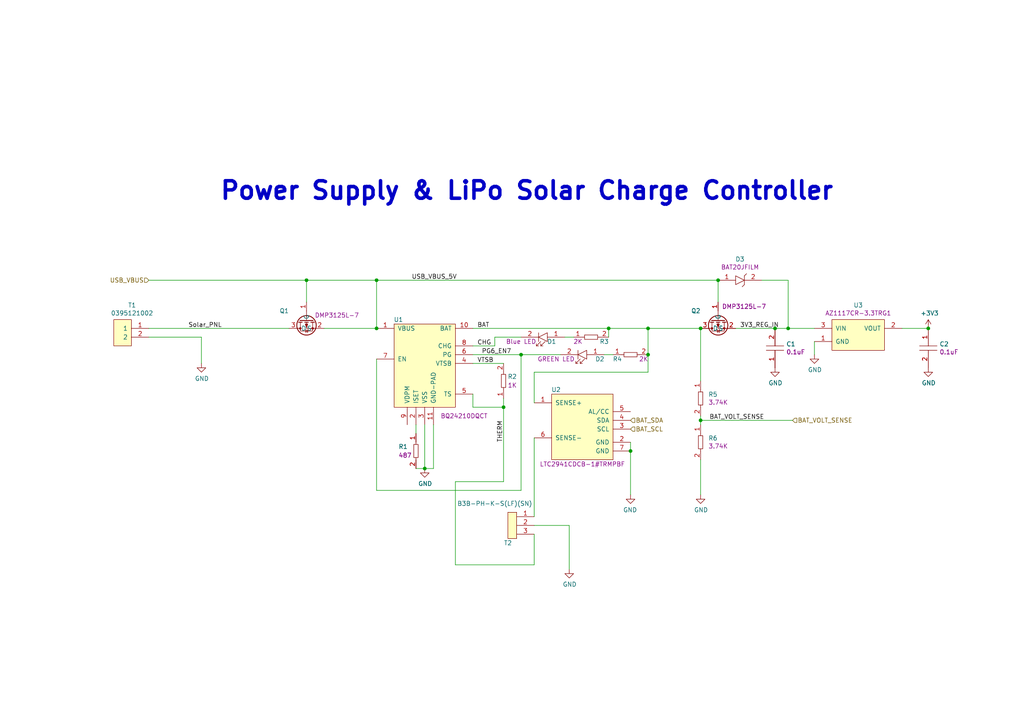
<source format=kicad_sch>
(kicad_sch (version 20231120) (generator "eeschema") (generator_version "8.0")
  (paper "A4")
  (lib_symbols
    (symbol "AVR-KiCAD-Lib-Capacitors:C0402C104K9PACTU" (pin_names (offset 1.016))
      (property "Reference" "C" (at -2.54 2.54 0))
      (property "_Value_" "0.1uF" (at 58.42 63.5 0))
      (symbol "C0402C104K9PACTU_1_1"
        (polyline (pts (xy 0 2.54) (xy 0 -2.54)))
        (polyline (pts (xy 1.27 2.54) (xy 1.27 -2.54)))
        (pin input line (at -5.08 0 0) (length 5.08) (name "~") (number "1"))
        (pin input line (at 6.35 0 180) (length 5.08) (name "~") (number "2"))
      )
    )
    (symbol "AVR-KiCAD-Lib-Capacitors:C0805C104M5RACTU" (pin_names (offset 1.016))
      (property "Reference" "C" (at -2.54 2.54 0))
      (property "_Value_" "0.1uF" (at 58.42 63.5 0))
      (symbol "C0805C104M5RACTU_1_1"
        (polyline (pts (xy 0 2.54) (xy 0 -2.54)))
        (polyline (pts (xy 1.27 2.54) (xy 1.27 -2.54)))
        (pin input line (at -5.08 0 0) (length 5.08) (name "~") (number "1"))
        (pin input line (at 6.35 0 180) (length 5.08) (name "~") (number "2"))
      )
    )
    (symbol "AVR-KiCAD-Lib-Connectors:0395121002" (pin_names (offset 1.016))
      (property "Reference" "J" (at -2.54 2.54 0))
      (property "Value" "0395121002" (at 1.27 5.08 0))
      (symbol "0395121002_0_1"
        (rectangle (start 0 2.54) (end 5.08 -5.08) (fill (type background)))
      )
      (symbol "0395121002_1_1"
        (pin passive line (at -5.08 0 0) (length 5.08) (name "1") (number "1"))
        (pin passive line (at -5.08 -2.54 0) (length 5.08) (name "2") (number "2"))
      )
    )
    (symbol "AVR-KiCAD-Lib-Connectors:B3B-PH-K-S(LF)(SN)" (pin_names (offset 1.016))
      (property "Reference" "J" (at 0 1.27 0))
      (property "Value" "B3B-PH-K-S(LF)(SN)" (at 3.81 -11.43 0))
      (symbol "B3B-PH-K-S(LF)(SN)_0_1"
        (rectangle (start 2.54 -7.62) (end 0 0) (fill (type background)))
      )
      (symbol "B3B-PH-K-S(LF)(SN)_1_1"
        (pin passive line (at 7.62 -1.27 180) (length 5.08) (name "~") (number "1"))
        (pin passive line (at 7.62 -3.81 180) (length 5.08) (name "~") (number "2"))
        (pin passive line (at 7.62 -6.35 180) (length 5.08) (name "~") (number "3"))
      )
    )
    (symbol "AVR-KiCAD-Lib-Diodes:BAT20JFILM" (pin_names (offset 1.016))
      (property "Reference" "D" (at -2.54 2.54 0))
      (property "_Value_" "BAT20JFILM" (at 58.42 63.5 0))
      (symbol "BAT20JFILM_0_1"
        (polyline (pts (xy 1.27 -1.27) (xy 0.635 -1.905)))
        (polyline (pts (xy 1.27 1.27) (xy 1.27 -1.27)))
        (polyline (pts (xy 1.27 1.27) (xy 1.905 1.905)))
        (polyline (pts (xy -1.27 1.27) (xy -1.27 -1.27) (xy 1.27 0) (xy -1.27 1.27)))
      )
      (symbol "BAT20JFILM_1_1"
        (pin passive line (at -6.35 0 0) (length 5.08) (name "~") (number "1"))
        (pin passive line (at 6.35 0 180) (length 5.08) (name "~") (number "2"))
      )
    )
    (symbol "AVR-KiCAD-Lib-Diodes:LTST-C194KGKT" (pin_names (offset 1.016))
      (property "Reference" "D" (at -2.54 2.54 0))
      (property "_Value_" "GREEN LED" (at 58.42 63.5 0))
      (symbol "LTST-C194KGKT_0_1"
        (polyline (pts (xy -0.635 1.27) (xy 0.635 2.54)))
        (polyline (pts (xy 0.635 2.54) (xy 0 2.54)))
        (polyline (pts (xy 0.635 2.54) (xy 0.635 1.905)))
        (polyline (pts (xy 1.27 -1.27) (xy 1.27 1.27)))
        (polyline (pts (xy 1.905 2.54) (xy 1.905 1.905)))
        (polyline (pts (xy 0.635 1.27) (xy 1.905 2.54) (xy 1.27 2.54)))
        (polyline (pts (xy -1.27 1.27) (xy -1.27 -1.27) (xy 1.27 0) (xy -1.27 1.27)))
      )
      (symbol "LTST-C194KGKT_1_1"
        (pin passive line (at -6.35 0 0) (length 5.08) (name "~") (number "1"))
        (pin passive line (at 6.35 0 180) (length 5.08) (name "~") (number "2"))
      )
    )
    (symbol "AVR-KiCAD-Lib-Diodes:LTST-C194TBKT" (pin_names (offset 1.016))
      (property "Reference" "D" (at -2.54 2.54 0))
      (property "_Value_" "Blue LED" (at 58.42 63.5 0))
      (symbol "LTST-C194TBKT_0_1"
        (polyline (pts (xy -0.635 1.27) (xy 0.635 2.54)))
        (polyline (pts (xy 0.635 2.54) (xy 0 2.54)))
        (polyline (pts (xy 0.635 2.54) (xy 0.635 1.905)))
        (polyline (pts (xy 1.27 -1.27) (xy 1.27 1.27)))
        (polyline (pts (xy 1.905 2.54) (xy 1.905 1.905)))
        (polyline (pts (xy 0.635 1.27) (xy 1.905 2.54) (xy 1.27 2.54)))
        (polyline (pts (xy -1.27 1.27) (xy -1.27 -1.27) (xy 1.27 0) (xy -1.27 1.27)))
      )
      (symbol "LTST-C194TBKT_1_1"
        (pin passive line (at -6.35 0 0) (length 5.08) (name "~") (number "1"))
        (pin passive line (at 6.35 0 180) (length 5.08) (name "~") (number "2"))
      )
    )
    (symbol "AVR-KiCAD-Lib-ICs:AZ1117CR-3.3TRG1" (pin_names (offset 1.016))
      (property "Reference" "U" (at 0 1.27 0))
      (property "_Value_" "AZ1117CR-3.3TRG1" (at 58.42 63.5 0))
      (symbol "AZ1117CR-3.3TRG1_1_1"
        (rectangle (start 0 0) (end 15.24 -8.89) (fill (type background)))
        (pin passive line (at -5.08 -6.35 0) (length 5.08) (name "GND") (number "1"))
        (pin power_out line (at 20.32 -2.54 180) (length 5.08) (name "VOUT") (number "2"))
        (pin power_in line (at -5.08 -2.54 0) (length 5.08) (name "VIN") (number "3"))
      )
    )
    (symbol "AVR-KiCAD-Lib-ICs:BQ24210DQCT" (pin_names (offset 1.016))
      (property "Reference" "U" (at 0 1.27 0))
      (property "_Value_" "BQ24210DQCT" (at 58.42 63.5 0))
      (symbol "BQ24210DQCT_1_1"
        (rectangle (start 0 0) (end 17.78 -24.13) (fill (type background)))
        (pin input line (at -5.08 -1.27 0) (length 5.08) (name "VBUS") (number "1"))
        (pin input line (at 22.86 -1.27 180) (length 5.08) (name "BAT") (number "10"))
        (pin input line (at 11.43 -29.21 90) (length 5.08) (name "GND-PAD") (number "11"))
        (pin input line (at 6.35 -29.21 90) (length 5.08) (name "ISET") (number "2"))
        (pin input line (at 8.89 -29.21 90) (length 5.08) (name "VSS") (number "3"))
        (pin input line (at 22.86 -11.43 180) (length 5.08) (name "VTSB") (number "4"))
        (pin input line (at 22.86 -20.32 180) (length 5.08) (name "TS") (number "5"))
        (pin input line (at 22.86 -8.89 180) (length 5.08) (name "PG") (number "6"))
        (pin input line (at -5.08 -10.16 0) (length 5.08) (name "EN") (number "7"))
        (pin input line (at 22.86 -6.35 180) (length 5.08) (name "CHG") (number "8"))
        (pin input line (at 3.81 -29.21 90) (length 5.08) (name "VDPM") (number "9"))
      )
    )
    (symbol "AVR-KiCAD-Lib-ICs:LTC2941CDCB-1#TRMPBF" (pin_names (offset 1.016))
      (property "Reference" "U" (at 1.27 1.27 0))
      (property "_Value_" "LTC2941CDCB-1#TRMPBF" (at 11.43 -20.32 0))
      (symbol "LTC2941CDCB-1#TRMPBF_0_1"
        (rectangle (start 0 0) (end 17.78 -19.05) (fill (type background)))
      )
      (symbol "LTC2941CDCB-1#TRMPBF_1_1"
        (pin input line (at 22.86 -2.54 180) (length 5.08) (name "SENSE+") (number "1"))
        (pin passive line (at -5.08 -13.97 0) (length 5.08) (name "GND") (number "2"))
        (pin input line (at -5.08 -10.16 0) (length 5.08) (name "SCL") (number "3"))
        (pin bidirectional line (at -5.08 -7.62 0) (length 5.08) (name "SDA") (number "4"))
        (pin output line (at -5.08 -5.08 0) (length 5.08) (name "AL/CC") (number "5"))
        (pin input line (at 22.86 -12.7 180) (length 5.08) (name "SENSE-") (number "6"))
        (pin passive line (at -5.08 -16.51 0) (length 5.08) (name "GND") (number "7"))
      )
    )
    (symbol "AVR-KiCAD-Lib-Resistors:ERA-3AEB3741V" (pin_names (offset 1.016))
      (property "Reference" "R" (at -2.54 2.54 0))
      (property "Value" "ERA-3AEB3741V" (at 1.27 5.08 0))
      (property "_Value_" "3.74K" (at 58.42 63.5 0))
      (symbol "ERA-3AEB3741V_0_1"
        (rectangle (start -1.905 0.635) (end 1.905 -0.635))
        (polyline (pts (xy -2.54 0) (xy -1.905 0)))
        (polyline (pts (xy -1.905 0) (xy -1.905 0)))
        (polyline (pts (xy 1.905 0) (xy 1.905 0)))
        (polyline (pts (xy 2.54 0) (xy 1.905 0)))
      )
      (symbol "ERA-3AEB3741V_1_1"
        (pin passive line (at -5.08 0 0) (length 2.5146) (name "~") (number "1"))
        (pin passive line (at 5.08 0 180) (length 2.5146) (name "~") (number "2"))
      )
    )
    (symbol "AVR-KiCAD-Lib-Resistors:RC0402FR-071KL" (pin_names (offset 1.016))
      (property "Reference" "R" (at -2.54 2.54 0))
      (property "Value" "RC0402FR-071KL" (at 1.27 5.08 0))
      (property "_Value_" "1K" (at 58.42 63.5 0))
      (symbol "RC0402FR-071KL_0_1"
        (rectangle (start -1.905 0.635) (end 1.905 -0.635))
        (polyline (pts (xy -2.54 0) (xy -1.905 0)))
        (polyline (pts (xy -1.905 0) (xy -1.905 0)))
        (polyline (pts (xy 1.905 0) (xy 1.905 0)))
        (polyline (pts (xy 2.54 0) (xy 1.905 0)))
      )
      (symbol "RC0402FR-071KL_1_1"
        (pin passive line (at -5.08 0 0) (length 2.5146) (name "~") (number "1"))
        (pin passive line (at 5.08 0 180) (length 2.5146) (name "~") (number "2"))
      )
    )
    (symbol "AVR-KiCAD-Lib-Resistors:RC0402FR-072KL" (pin_names (offset 1.016))
      (property "Reference" "R" (at -2.54 2.54 0))
      (property "Value" "RC0402FR-072KL" (at 1.27 5.08 0))
      (property "_Value_" "2K" (at 58.42 63.5 0))
      (symbol "RC0402FR-072KL_0_1"
        (rectangle (start -1.905 0.635) (end 1.905 -0.635))
        (polyline (pts (xy -2.54 0) (xy -1.905 0)))
        (polyline (pts (xy -1.905 0) (xy -1.905 0)))
        (polyline (pts (xy 1.905 0) (xy 1.905 0)))
        (polyline (pts (xy 2.54 0) (xy 1.905 0)))
      )
      (symbol "RC0402FR-072KL_1_1"
        (pin passive line (at -5.08 0 0) (length 2.5146) (name "~") (number "1"))
        (pin passive line (at 5.08 0 180) (length 2.5146) (name "~") (number "2"))
      )
    )
    (symbol "AVR-KiCAD-Lib-Resistors:RC0402FR-07487RL" (pin_names (offset 1.016))
      (property "Reference" "R" (at -2.54 2.54 0))
      (property "Value" "RC0402FR-07487RL" (at 1.27 5.08 0))
      (property "_Value_" "487" (at 58.42 63.5 0))
      (symbol "RC0402FR-07487RL_0_1"
        (rectangle (start -1.905 0.635) (end 1.905 -0.635))
        (polyline (pts (xy -2.54 0) (xy -1.905 0)))
        (polyline (pts (xy -1.905 0) (xy -1.905 0)))
        (polyline (pts (xy 1.905 0) (xy 1.905 0)))
        (polyline (pts (xy 2.54 0) (xy 1.905 0)))
      )
      (symbol "RC0402FR-07487RL_1_1"
        (pin passive line (at -5.08 0 0) (length 2.5146) (name "~") (number "1"))
        (pin passive line (at 5.08 0 180) (length 2.5146) (name "~") (number "2"))
      )
    )
    (symbol "AVR-KiCAD-Lib-Transistors:DMP3125L-7" (pin_names (offset 1.016))
      (property "Reference" "Q?" (at -3.81 3.81 0))
      (property "_Value_" "DMP3125L-7" (at 58.42 63.5 0))
      (symbol "DMP3125L-7_1_1"
        (circle (center -0.889 0) (radius 2.8194) (stroke (width 0.254)))
        (circle (center 0 -1.778) (radius 0.2794) (fill (type outline)))
        (polyline (pts (xy -5.08 0) (xy -2.286 0)))
        (polyline (pts (xy -1.778 -1.778) (xy 0 -1.778)))
        (polyline (pts (xy -1.778 -1.27) (xy -1.778 -2.286)) (stroke (width 0.254)))
        (polyline (pts (xy -1.778 0) (xy 0 0)))
        (polyline (pts (xy -1.778 0.508) (xy -1.778 -0.508)) (stroke (width 0.254)))
        (polyline (pts (xy -1.778 1.778) (xy 0 1.778)))
        (polyline (pts (xy -1.778 2.286) (xy -1.778 1.27)) (stroke (width 0.254)))
        (polyline (pts (xy 0 -1.778) (xy 0 -2.54)))
        (polyline (pts (xy 0 -1.778) (xy 0 0)))
        (polyline (pts (xy 0 2.54) (xy 0 1.778)))
        (polyline (pts (xy -2.286 1.905) (xy -2.286 -1.905) (xy -2.286 -1.905)) (stroke (width 0.254)))
        (polyline (pts (xy -0.254 0) (xy -1.27 -0.381) (xy -1.27 0.381) (xy -0.254 0)) (fill (type outline)))
        (polyline (pts (xy 0 -1.778) (xy 0.762 -1.778) (xy 0.762 1.778) (xy 0 1.778)))
        (polyline (pts (xy 0.254 -0.508) (xy 0.381 -0.381) (xy 1.143 -0.381) (xy 1.27 -0.254)))
        (polyline (pts (xy 0.762 -0.381) (xy 0.381 0.254) (xy 1.143 0.254) (xy 0.762 -0.381)))
        (circle (center 0 1.778) (radius 0.2794) (fill (type outline)))
        (pin input line (at -7.62 0 0) (length 2.54) (name "G") (number "1"))
        (pin passive line (at 0 -5.08 90) (length 2.54) (name "S") (number "2"))
        (pin passive line (at 0 5.08 270) (length 2.54) (name "D") (number "3"))
      )
    )
    (symbol "SunLeaf-Sense-2.4G-rescue:+3V3-power" (power) (pin_names (offset 0))
      (property "Value" "power_+3V3" (at 0 3.556 0))
      (symbol "+3V3-power_0_1"
        (polyline (pts (xy -0.762 1.27) (xy 0 2.54)))
        (polyline (pts (xy 0 0) (xy 0 2.54)))
        (polyline (pts (xy 0 2.54) (xy 0.762 1.27)))
      )
      (symbol "+3V3-power_1_1"
        (pin power_in line (at 0 0 90) (length 0) hide (name "+3V3") (number "1"))
      )
    )
    (symbol "SunLeaf-Sense-2.4G-rescue:GND-power" (power) (pin_names (offset 0))
      (property "Value" "power_GND" (at 0 -3.81 0))
      (symbol "GND-power_0_1"
        (polyline (pts (xy 0 0) (xy 0 -1.27) (xy 1.27 -1.27) (xy 0 -2.54) (xy -1.27 -1.27) (xy 0 -1.27)))
      )
      (symbol "GND-power_1_1"
        (pin power_in line (at 0 0 270) (length 0) hide (name "GND") (number "1"))
      )
    )
  )
  (junction (at 109.22 95.25))
  (junction (at 182.88 130.81))
  (junction (at 146.05 118.11))
  (junction (at 88.9 81.28))
  (junction (at 187.96 95.25))
  (junction (at 208.28 81.28))
  (junction (at 123.19 135.89))
  (junction (at 203.2 121.92))
  (junction (at 109.22 81.28))
  (junction (at 269.24 95.25))
  (junction (at 203.2 95.25))
  (junction (at 176.53 95.25))
  (junction (at 151.13 102.87))
  (junction (at 228.6 95.25))
  (junction (at 224.79 95.25))
  (junction (at 187.96 102.87))
  (wire (pts (xy 154.94 116.84) (xy 154.94 107.95)))
  (wire (pts (xy 151.13 142.24) (xy 109.22 142.24)))
  (wire (pts (xy 137.16 114.3) (xy 137.16 118.11)))
  (wire (pts (xy 203.2 121.92) (xy 229.87 121.92)))
  (wire (pts (xy 176.53 95.25) (xy 187.96 95.25)))
  (wire (pts (xy 137.16 105.41) (xy 146.05 105.41)))
  (wire (pts (xy 132.08 163.83) (xy 154.94 163.83)))
  (wire (pts (xy 187.96 95.25) (xy 203.2 95.25)))
  (wire (pts (xy 203.2 120.65) (xy 203.2 121.92)))
  (wire (pts (xy 203.2 121.92) (xy 203.2 123.19)))
  (wire (pts (xy 109.22 81.28) (xy 88.9 81.28)))
  (wire (pts (xy 208.28 81.28) (xy 208.28 87.63)))
  (wire (pts (xy 109.22 142.24) (xy 109.22 104.14)))
  (wire (pts (xy 120.65 123.19) (xy 120.65 125.73)))
  (wire (pts (xy 154.94 152.4) (xy 165.1 152.4)))
  (wire (pts (xy 151.13 102.87) (xy 151.13 142.24)))
  (wire (pts (xy 236.22 99.06) (xy 236.22 102.87)))
  (wire (pts (xy 43.18 95.25) (xy 83.82 95.25)))
  (wire (pts (xy 228.6 95.25) (xy 236.22 95.25)))
  (wire (pts (xy 120.65 135.89) (xy 123.19 135.89)))
  (wire (pts (xy 137.16 100.33) (xy 143.51 100.33)))
  (wire (pts (xy 154.94 107.95) (xy 187.96 107.95)))
  (wire (pts (xy 154.94 163.83) (xy 154.94 154.94)))
  (wire (pts (xy 151.13 97.79) (xy 143.51 97.79)))
  (wire (pts (xy 146.05 118.11) (xy 146.05 139.7)))
  (wire (pts (xy 88.9 87.63) (xy 88.9 81.28)))
  (wire (pts (xy 146.05 118.11) (xy 146.05 115.57)))
  (wire (pts (xy 154.94 149.86) (xy 154.94 127)))
  (wire (pts (xy 88.9 81.28) (xy 43.18 81.28)))
  (wire (pts (xy 182.88 128.27) (xy 182.88 130.81)))
  (wire (pts (xy 58.42 97.79) (xy 58.42 105.41)))
  (wire (pts (xy 208.28 81.28) (xy 109.22 81.28)))
  (wire (pts (xy 163.83 97.79) (xy 166.37 97.79)))
  (wire (pts (xy 213.36 95.25) (xy 224.79 95.25)))
  (wire (pts (xy 175.26 102.87) (xy 177.8 102.87)))
  (wire (pts (xy 176.53 97.79) (xy 176.53 95.25)))
  (wire (pts (xy 143.51 97.79) (xy 143.51 100.33)))
  (wire (pts (xy 125.73 135.89) (xy 125.73 123.19)))
  (wire (pts (xy 109.22 95.25) (xy 93.98 95.25)))
  (wire (pts (xy 165.1 152.4) (xy 165.1 165.1)))
  (wire (pts (xy 261.62 95.25) (xy 269.24 95.25)))
  (wire (pts (xy 137.16 118.11) (xy 146.05 118.11)))
  (wire (pts (xy 151.13 102.87) (xy 162.56 102.87)))
  (wire (pts (xy 224.79 95.25) (xy 228.6 95.25)))
  (wire (pts (xy 132.08 139.7) (xy 146.05 139.7)))
  (wire (pts (xy 132.08 163.83) (xy 132.08 139.7)))
  (wire (pts (xy 187.96 102.87) (xy 187.96 95.25)))
  (wire (pts (xy 137.16 95.25) (xy 176.53 95.25)))
  (wire (pts (xy 203.2 133.35) (xy 203.2 143.51)))
  (wire (pts (xy 203.2 95.25) (xy 203.2 110.49)))
  (wire (pts (xy 182.88 130.81) (xy 182.88 143.51)))
  (wire (pts (xy 187.96 107.95) (xy 187.96 102.87)))
  (wire (pts (xy 109.22 95.25) (xy 109.22 81.28)))
  (wire (pts (xy 137.16 102.87) (xy 151.13 102.87)))
  (wire (pts (xy 43.18 97.79) (xy 58.42 97.79)))
  (wire (pts (xy 220.98 81.28) (xy 228.6 81.28)))
  (wire (pts (xy 123.19 135.89) (xy 125.73 135.89)))
  (wire (pts (xy 228.6 81.28) (xy 228.6 95.25)))
  (wire (pts (xy 123.19 123.19) (xy 123.19 135.89)))
  (text "Power Supply & LiPo Solar Charge Controller" (at 63.5 58.42 0) (effects (font (size 5.08 5.08) (thickness 1.016) (bold yes)) (justify left bottom)))
  (label "BAT" (at 138.43 95.25 0))
  (label "VTSB" (at 138.43 105.41 0))
  (label "3V3_REG_IN" (at 214.63 95.25 0))
  (label "Solar_PNL" (at 54.61 95.25 0))
  (label "USB_VBUS_5V" (at 119.38 81.28 0))
  (label "THERM" (at 146.05 128.27 90))
  (label "PG6_EN7" (at 139.7 102.87 0))
  (label "CHG" (at 138.43 100.33 0))
  (label "BAT_VOLT_SENSE" (at 205.74 121.92 0))
  (hierarchical_label "USB_VBUS" (shape input) (at 43.18 81.28 180))
  (hierarchical_label "BAT_VOLT_SENSE" (shape input) (at 229.87 121.92 0))
  (hierarchical_label "BAT_SCL" (shape input) (at 182.88 124.46 0))
  (hierarchical_label "BAT_SDA" (shape input) (at 182.88 121.92 0))
  (symbol (lib_id "AVR-KiCAD-Lib-Transistors:DMP3125L-7") (at 88.9 95.25 90) (mirror x) (unit 1)
    (property "Reference" "Q1" (at 83.82 90.17 90) (effects (justify left)))
    (property "Value" "DMP3125L-7" (effects (hide yes)))
    (property "Footprint" "growbox-KiCAD-Transistors:SOT-23" (effects (hide yes)))
    (property "Datasheet" "https://www.diodes.com/assets/Datasheets/DMP3125L.pdf" (effects (hide yes)))
    (property "Cost QTY: 1" "0.46000" (effects (hide yes)))
    (property "Cost QTY: 1000" "0.09759" (effects (hide yes)))
    (property "Cost QTY: 2500" "*" (effects (hide yes)))
    (property "Cost QTY: 5000" "0.08324" (effects (hide yes)))
    (property "Cost QTY: 10000" "0.07624" (effects (hide yes)))
    (property "MFR" "Diodes Incorporated" (effects (hide yes)))
    (property "MFR#" "DMP3125L-7" (effects (hide yes)))
    (property "Vendor" "Digikey" (effects (hide yes)))
    (property "Vendor #" "DMP3125L-7DICT-ND" (effects (hide yes)))
    (property "Designer" "AVR" (effects (hide yes)))
    (property "Height" "1.10mm" (effects (hide yes)))
    (property "Date Created" "3/1/2020" (effects (hide yes)))
    (property "Date Modified" "3/1/2020" (effects (hide yes)))
    (property "Lead-Free ?" "Yes" (effects (hide yes)))
    (property "RoHS Levels" "1" (effects (hide yes)))
    (property "Mounting" "SMT" (effects (hide yes)))
    (property "Pin Count #" "3" (effects (hide yes)))
    (property "Status" "Active" (effects (hide yes)))
    (property "Tolerance" "*" (effects (hide yes)))
    (property "Type" "P-Channel MOSFET" (effects (hide yes)))
    (property "Voltage" "20V" (effects (hide yes)))
    (property "Package" "SOT23" (effects (hide yes)))
    (property "Description" "P-Channel 30V 2.5A (Ta) 650mW (Ta) Surface Mount SOT-23" (effects (hide yes)))
    (property "_Value_" "DMP3125L-7" (at 104.14 91.44 90) (effects (justify left)))
    (property "Management_ID" "*" (effects (hide yes)))
  )
  (symbol (lib_id "AVR-KiCAD-Lib-ICs:BQ24210DQCT") (at 114.3 93.98 0) (unit 1)
    (property "Reference" "U1" (at 115.57 92.71 0))
    (property "Value" "BQ24210DQCT" (effects (hide yes)))
    (property "Footprint" "growbox-KiCAD-ICs:BQ24210" (effects (hide yes)))
    (property "Datasheet" "http://www.ti.com/general/docs/suppproductinfo.tsp?distId=10&gotoUrl=http%3A%2F%2Fwww.ti.com%2Flit%2Fgpn%2Fbq24210" (effects (hide yes)))
    (property "Cost QTY: 1" "2.95000" (effects (hide yes)))
    (property "Cost QTY: 1000" "*" (effects (hide yes)))
    (property "Cost QTY: 2500" "*" (effects (hide yes)))
    (property "Cost QTY: 5000" "*" (effects (hide yes)))
    (property "Cost QTY: 10000" "*" (effects (hide yes)))
    (property "MFR" "Texas Instruments" (effects (hide yes)))
    (property "MFR#" "BQ24210DQCT" (effects (hide yes)))
    (property "Vendor" "Digikey" (effects (hide yes)))
    (property "Vendor #" "296-28738-1-ND" (effects (hide yes)))
    (property "Designer" "AVR" (effects (hide yes)))
    (property "Height" "0.8mm" (effects (hide yes)))
    (property "Date Created" "6/4/2020" (effects (hide yes)))
    (property "Date Modified" "6/4/2020" (effects (hide yes)))
    (property "Lead-Free ?" "Yes" (effects (hide yes)))
    (property "RoHS Levels" "1" (effects (hide yes)))
    (property "Mounting" "SMT" (effects (hide yes)))
    (property "Pin Count #" "10" (effects (hide yes)))
    (property "Status" "Active" (effects (hide yes)))
    (property "Tolerance" "*" (effects (hide yes)))
    (property "Type" "Battery Charger and BMS" (effects (hide yes)))
    (property "Voltage" "18V MAX IN, 4.2V BATT MAX" (effects (hide yes)))
    (property "Package" "WSON10" (effects (hide yes)))
    (property "Description" "Charger IC Lithium-Ion 10-WSON (3x2)" (effects (hide yes)))
    (property "_Value_" "BQ24210DQCT" (at 134.62 120.65 0))
    (property "Management_ID" "*" (effects (hide yes)))
  )
  (symbol (lib_id "AVR-KiCAD-Lib-Diodes:LTST-C194TBKT") (at 157.48 97.79 180) (unit 1)
    (property "Reference" "D1" (at 160.02 99.06 0))
    (property "Value" "LTST-C194TBKT" (effects (hide yes)))
    (property "Footprint" "AVR-KiCAD-Lib-Diodes:LED0603" (effects (hide yes)))
    (property "Datasheet" "http://optoelectronics.liteon.com/upload/download/DS22-2010-0025/LTST-C194TBKT.PDF" (effects (hide yes)))
    (property "Cost QTY: 1" "0.42000" (effects (hide yes)))
    (property "Cost QTY: 1000" "0.07797" (effects (hide yes)))
    (property "Cost QTY: 2500" "*" (effects (hide yes)))
    (property "Cost QTY: 5000" "0.06102" (effects (hide yes)))
    (property "Cost QTY: 10000" "0.05424" (effects (hide yes)))
    (property "MFR" "Lite-On Inc." (effects (hide yes)))
    (property "MFR#" "LTST-C194TBKT" (effects (hide yes)))
    (property "Vendor" "Digikey" (effects (hide yes)))
    (property "Vendor #" "160-1837-2-ND" (effects (hide yes)))
    (property "Designer" "AVR" (effects (hide yes)))
    (property "Height" "0.45mm" (effects (hide yes)))
    (property "Date Created" "3/1/2020" (effects (hide yes)))
    (property "Date Modified" "3/1/2020" (effects (hide yes)))
    (property "Lead-Free ?" "Yes" (effects (hide yes)))
    (property "RoHS Levels" "1" (effects (hide yes)))
    (property "Mounting" "SMT" (effects (hide yes)))
    (property "Pin Count #" "2" (effects (hide yes)))
    (property "Status" "Active" (effects (hide yes)))
    (property "Tolerance" "*" (effects (hide yes)))
    (property "Type" "Blue LED Colorless" (effects (hide yes)))
    (property "Voltage" "3.3V" (effects (hide yes)))
    (property "Package" "0603" (effects (hide yes)))
    (property "Description" "Blue 468nm LED Indication - Discrete 3.3V 0603 (1608 Metric)" (effects (hide yes)))
    (property "_Value_" "Blue LED" (at 151.13 99.06 0))
    (property "Management_ID" "*" (effects (hide yes)))
  )
  (symbol (lib_id "AVR-KiCAD-Lib-Resistors:RC0402FR-072KL") (at 171.45 97.79 0) (unit 1)
    (property "Reference" "R3" (at 175.26 99.06 0))
    (property "Value" "RC0402FR-072KL" (effects (hide yes)))
    (property "Footprint" "AVR-KiCAD-Lib-Resistors:R0402" (effects (hide yes)))
    (property "Datasheet" "https://www.yageo.com/upload/media/product/productsearch/datasheet/rchip/PYu-RC_Group_51_RoHS_L_10.pdf" (effects (hide yes)))
    (property "Cost QTY: 1" "0.10000" (effects (hide yes)))
    (property "Cost QTY: 1000" "0.00289" (effects (hide yes)))
    (property "Cost QTY: 2500" "0.00251" (effects (hide yes)))
    (property "Cost QTY: 5000" "0.00207" (effects (hide yes)))
    (property "Cost QTY: 10000" "0.00163" (effects (hide yes)))
    (property "MFR" "Yageo" (effects (hide yes)))
    (property "MFR#" "RC0402FR-072KL" (effects (hide yes)))
    (property "Vendor" "Digikey" (effects (hide yes)))
    (property "Vendor #" "311-2KLRCT-ND" (effects (hide yes)))
    (property "Designer" "AVR" (effects (hide yes)))
    (property "Height" "0.4mm" (effects (hide yes)))
    (property "Date Created" "7/6/2020" (effects (hide yes)))
    (property "Date Modified" "7/6/2020" (effects (hide yes)))
    (property "Lead-Free ?" "Yes" (effects (hide yes)))
    (property "RoHS Levels" "1" (effects (hide yes)))
    (property "Mounting" "SMT" (effects (hide yes)))
    (property "Pin Count #" "2" (effects (hide yes)))
    (property "Status" "Active" (effects (hide yes)))
    (property "Tolerance" "1%" (effects (hide yes)))
    (property "Type" "Resistor" (effects (hide yes)))
    (property "Voltage" "*" (effects (hide yes)))
    (property "Package" "0402" (effects (hide yes)))
    (property "_Value_" "2K" (at 167.64 99.06 0))
    (property "Description" "2 kOhms ±1% 0.063W, 1/16W Chip Resistor 0402 (1005 Metric) Moisture Resistant Thick Film" (effects (hide yes)))
    (property "Management_ID" "*" (effects (hide yes)))
  )
  (symbol (lib_id "AVR-KiCAD-Lib-Resistors:RC0402FR-072KL") (at 182.88 102.87 0) (unit 1)
    (property "Reference" "R4" (at 179.07 104.14 0))
    (property "Value" "RC0402FR-072KL" (effects (hide yes)))
    (property "Footprint" "AVR-KiCAD-Lib-Resistors:R0402" (effects (hide yes)))
    (property "Datasheet" "https://www.yageo.com/upload/media/product/productsearch/datasheet/rchip/PYu-RC_Group_51_RoHS_L_10.pdf" (effects (hide yes)))
    (property "Cost QTY: 1" "0.10000" (effects (hide yes)))
    (property "Cost QTY: 1000" "0.00289" (effects (hide yes)))
    (property "Cost QTY: 2500" "0.00251" (effects (hide yes)))
    (property "Cost QTY: 5000" "0.00207" (effects (hide yes)))
    (property "Cost QTY: 10000" "0.00163" (effects (hide yes)))
    (property "MFR" "Yageo" (effects (hide yes)))
    (property "MFR#" "RC0402FR-072KL" (effects (hide yes)))
    (property "Vendor" "Digikey" (effects (hide yes)))
    (property "Vendor #" "311-2KLRCT-ND" (effects (hide yes)))
    (property "Designer" "AVR" (effects (hide yes)))
    (property "Height" "0.4mm" (effects (hide yes)))
    (property "Date Created" "7/6/2020" (effects (hide yes)))
    (property "Date Modified" "7/6/2020" (effects (hide yes)))
    (property "Lead-Free ?" "Yes" (effects (hide yes)))
    (property "RoHS Levels" "1" (effects (hide yes)))
    (property "Mounting" "SMT" (effects (hide yes)))
    (property "Pin Count #" "2" (effects (hide yes)))
    (property "Status" "Active" (effects (hide yes)))
    (property "Tolerance" "1%" (effects (hide yes)))
    (property "Type" "Resistor" (effects (hide yes)))
    (property "Voltage" "*" (effects (hide yes)))
    (property "Package" "0402" (effects (hide yes)))
    (property "_Value_" "2K" (at 186.69 104.14 0))
    (property "Description" "2 kOhms ±1% 0.063W, 1/16W Chip Resistor 0402 (1005 Metric) Moisture Resistant Thick Film" (effects (hide yes)))
    (property "Management_ID" "*" (effects (hide yes)))
  )
  (symbol (lib_id "AVR-KiCAD-Lib-Resistors:RC0402FR-071KL") (at 146.05 110.49 90) (unit 1)
    (property "Reference" "R2" (at 148.59 109.22 90))
    (property "Value" "RC0402FR-071KL" (effects (hide yes)))
    (property "Footprint" "AVR-KiCAD-Lib-Resistors:R0402" (effects (hide yes)))
    (property "Datasheet" "https://www.yageo.com/upload/media/product/productsearch/datasheet/rchip/PYu-RC_Group_51_RoHS_L_10.pdf" (effects (hide yes)))
    (property "Cost QTY: 1" "0.10000" (effects (hide yes)))
    (property "Cost QTY: 1000" "0.00289" (effects (hide yes)))
    (property "Cost QTY: 2500" "0.00251" (effects (hide yes)))
    (property "Cost QTY: 5000" "0.00207" (effects (hide yes)))
    (property "Cost QTY: 10000" "0.00163" (effects (hide yes)))
    (property "MFR" "Yageo" (effects (hide yes)))
    (property "MFR#" "RC0402FR-071KL" (effects (hide yes)))
    (property "Vendor" "Digikey" (effects (hide yes)))
    (property "Vendor #" "311-1.00KLRTR-ND" (effects (hide yes)))
    (property "Designer" "AVR" (effects (hide yes)))
    (property "Height" "0.4mm" (effects (hide yes)))
    (property "Date Created" "12/11/2019" (effects (hide yes)))
    (property "Date Modified" "12/11/2019" (effects (hide yes)))
    (property "Lead-Free ?" "Yes" (effects (hide yes)))
    (property "RoHS Levels" "1" (effects (hide yes)))
    (property "Mounting" "SMT" (effects (hide yes)))
    (property "Pin Count #" "2" (effects (hide yes)))
    (property "Status" "Active" (effects (hide yes)))
    (property "Tolerance" "1%" (effects (hide yes)))
    (property "Type" "Thick Film Resistor" (effects (hide yes)))
    (property "Voltage" "*" (effects (hide yes)))
    (property "Package" "0402" (effects (hide yes)))
    (property "_Value_" "1K" (at 148.59 111.76 90))
    (property "Management_ID" "*" (effects (hide yes)))
    (property "Description" " kOhms ±1% 0.063W, 1/16W Chip Resistor 0402 (1005 Metric) Moisture Resistant Thick Film" (effects (hide yes)))
  )
  (symbol (lib_id "AVR-KiCAD-Lib-ICs:AZ1117CR-3.3TRG1") (at 241.3 92.71 0) (unit 1)
    (property "Reference" "U3" (at 248.92 88.519 0))
    (property "Value" "AZ1117CR-3.3TRG1" (effects (hide yes)))
    (property "Footprint" "AVR-KiCAD-Lib-ICs:SOT_89" (effects (hide yes)))
    (property "Datasheet" "https://www.diodes.com/assets/Datasheets/AZ1117C.pdf" (effects (hide yes)))
    (property "Cost QTY: 1" "0.40000" (effects (hide yes)))
    (property "Cost QTY: 1000" "0.09898" (effects (hide yes)))
    (property "Cost QTY: 2500" "*" (effects (hide yes)))
    (property "Cost QTY: 5000" "0.08413" (effects (hide yes)))
    (property "Cost QTY: 10000" "0.07671" (effects (hide yes)))
    (property "MFR" "Diodes Incorporated" (effects (hide yes)))
    (property "MFR#" "AZ1117CR-3.3TRG1" (effects (hide yes)))
    (property "Vendor" "Digikey" (effects (hide yes)))
    (property "Vendor #" "AZ1117CR-3.3TRG1DITR-ND" (effects (hide yes)))
    (property "Designer" "AVR" (effects (hide yes)))
    (property "Height" "1.6mm" (effects (hide yes)))
    (property "Date Created" "7/9/2020" (effects (hide yes)))
    (property "Date Modified" "7/9/2020" (effects (hide yes)))
    (property "Lead-Free ?" "Yes" (effects (hide yes)))
    (property "RoHS Levels" "1" (effects (hide yes)))
    (property "Mounting" "SMT" (effects (hide yes)))
    (property "Pin Count #" "3" (effects (hide yes)))
    (property "Status" "Active" (effects (hide yes)))
    (property "Tolerance" "*" (effects (hide yes)))
    (property "Type" "IC, LDO" (effects (hide yes)))
    (property "Voltage" "15IN, 3V3 OUT" (effects (hide yes)))
    (property "Package" "SOT-89" (effects (hide yes)))
    (property "Description" "Linear Voltage Regulator IC  1 Output  800mA SOT-89" (effects (hide yes)))
    (property "_Value_" "AZ1117CR-3.3TRG1" (at 248.92 90.8304 0))
    (property "Management_ID" "*" (effects (hide yes)))
  )
  (symbol (lib_id "AVR-KiCAD-Lib-Resistors:ERA-3AEB3741V") (at 203.2 115.57 270) (unit 1)
    (property "Reference" "R5" (at 205.4352 114.4016 90) (effects (justify left)))
    (property "Value" "ERA-3AEB3741V" (effects (hide yes)))
    (property "Footprint" "AVR-KiCAD-Lib-Resistors:R0603" (effects (hide yes)))
    (property "Datasheet" "https://industrial.panasonic.com/cdbs/www-data/pdf/RDM0000/AOA0000C307.pdf" (effects (hide yes)))
    (property "Cost QTY: 1" "0.34000" (effects (hide yes)))
    (property "Cost QTY: 1000" "0.04673" (effects (hide yes)))
    (property "Cost QTY: 2500" "0.04284" (effects (hide yes)))
    (property "Cost QTY: 5000" "0.03540" (effects (hide yes)))
    (property "Cost QTY: 10000" "0.03304" (effects (hide yes)))
    (property "MFR" "Panasonic Electronic Components" (effects (hide yes)))
    (property "MFR#" "ERA-3AEB3741V" (effects (hide yes)))
    (property "Vendor" "Digikey" (effects (hide yes)))
    (property "Vendor #" "P3.74KDBTR-ND" (effects (hide yes)))
    (property "Designer" "AVR" (effects (hide yes)))
    (property "Height" "0.55mm" (effects (hide yes)))
    (property "Date Created" "7/9/2020" (effects (hide yes)))
    (property "Date Modified" "7/9/2020" (effects (hide yes)))
    (property "Lead-Free ?" "Yes" (effects (hide yes)))
    (property "RoHS Levels" "1" (effects (hide yes)))
    (property "Mounting" "SMT" (effects (hide yes)))
    (property "Pin Count #" "2" (effects (hide yes)))
    (property "Status" "Active" (effects (hide yes)))
    (property "Tolerance" "1%" (effects (hide yes)))
    (property "Type" "Resistor" (effects (hide yes)))
    (property "Voltage" "*" (effects (hide yes)))
    (property "Package" "0603" (effects (hide yes)))
    (property "_Value_" "3.74K" (at 205.4352 116.713 90) (effects (justify left)))
    (property "Management_ID" "*" (effects (hide yes)))
    (property "Description" "3.74 kOhms ±0.1% 0.1W, 1/10W Chip Resistor 0603 (1608 Metric) Automotive AEC-Q200 Thin Film" (effects (hide yes)))
  )
  (symbol (lib_id "AVR-KiCAD-Lib-Diodes:LTST-C194KGKT") (at 168.91 102.87 180) (unit 1)
    (property "Reference" "D2" (at 173.99 104.14 0))
    (property "Value" "LTST-C194KGKT" (effects (hide yes)))
    (property "Footprint" "AVR-KiCAD-Lib-Diodes:LED0603" (effects (hide yes)))
    (property "Datasheet" "https://optoelectronics.liteon.com/upload/download/DS22-2010-0197/LTST-C194KGKT.PDF" (effects (hide yes)))
    (property "Cost QTY: 1" "0.39000" (effects (hide yes)))
    (property "Cost QTY: 1000" "0.07027" (effects (hide yes)))
    (property "Cost QTY: 2500" "0.06877" (effects (hide yes)))
    (property "Cost QTY: 5000" "0.05980" (effects (hide yes)))
    (property "Cost QTY: 10000" "0.05382" (effects (hide yes)))
    (property "MFR" "Lite-On Inc." (effects (hide yes)))
    (property "MFR#" "LTST-C194KGKT" (effects (hide yes)))
    (property "Vendor" "Digikey" (effects (hide yes)))
    (property "Vendor #" "160-1834-2-ND" (effects (hide yes)))
    (property "Designer" "AVR" (effects (hide yes)))
    (property "Height" "0.45mm" (effects (hide yes)))
    (property "Date Created" "5/31/2020" (effects (hide yes)))
    (property "Date Modified" "5/31/2020" (effects (hide yes)))
    (property "Lead-Free ?" "Yes" (effects (hide yes)))
    (property "RoHS Levels" "1" (effects (hide yes)))
    (property "Mounting" "SMT" (effects (hide yes)))
    (property "Pin Count #" "2" (effects (hide yes)))
    (property "Status" "Active" (effects (hide yes)))
    (property "Tolerance" "*" (effects (hide yes)))
    (property "Type" "LED GREEN CLEAR SMD" (effects (hide yes)))
    (property "Voltage" "2.1V" (effects (hide yes)))
    (property "Package" "0603" (effects (hide yes)))
    (property "Description" "Green 572nm LED Indication - Discrete 2.1V 0603 (1608 Metric)" (effects (hide yes)))
    (property "_Value_" "GREEN LED" (at 161.29 104.14 0))
    (property "Management_ID" "*" (effects (hide yes)))
  )
  (symbol (lib_id "AVR-KiCAD-Lib-Resistors:RC0402FR-07487RL") (at 120.65 130.81 270) (unit 1)
    (property "Reference" "R1" (at 115.57 129.54 90) (effects (justify left)))
    (property "Value" "RC0402FR-07487RL" (effects (hide yes)))
    (property "Footprint" "AVR-KiCAD-Lib-Resistors:R0402" (effects (hide yes)))
    (property "Datasheet" "https://www.yageo.com/upload/media/product/productsearch/datasheet/rchip/PYu-RC_Group_51_RoHS_L_10.pdf" (effects (hide yes)))
    (property "Cost QTY: 1" "0.10000" (effects (hide yes)))
    (property "Cost QTY: 1000" "0.00289" (effects (hide yes)))
    (property "Cost QTY: 2500" "0.00251" (effects (hide yes)))
    (property "Cost QTY: 5000" "0.00207" (effects (hide yes)))
    (property "Cost QTY: 10000" "0.00163" (effects (hide yes)))
    (property "MFR" "Yageo" (effects (hide yes)))
    (property "MFR#" "RC0402FR-07487RL" (effects (hide yes)))
    (property "Vendor" "Digikey" (effects (hide yes)))
    (property "Vendor #" "YAG2373CT-ND" (effects (hide yes)))
    (property "Designer" "AVR" (effects (hide yes)))
    (property "Height" "0.4mm" (effects (hide yes)))
    (property "Date Created" "6/4/2020" (effects (hide yes)))
    (property "Date Modified" "6/4/2020" (effects (hide yes)))
    (property "Lead-Free ?" "Yes" (effects (hide yes)))
    (property "RoHS Levels" "1" (effects (hide yes)))
    (property "Mounting" "SMT" (effects (hide yes)))
    (property "Pin Count #" "2" (effects (hide yes)))
    (property "Status" "Active" (effects (hide yes)))
    (property "Tolerance" "1%" (effects (hide yes)))
    (property "Type" "Chip Resistor" (effects (hide yes)))
    (property "Voltage" "*" (effects (hide yes)))
    (property "Package" "0402" (effects (hide yes)))
    (property "_Value_" "487" (at 115.57 132.08 90) (effects (justify left)))
    (property "Management_ID" "*" (effects (hide yes)))
    (property "Description" "487 Ohms ±1% 0.063W, 1/16W Chip Resistor 0402 (1005 Metric) Moisture Resistant Thick Film" (effects (hide yes)))
  )
  (symbol (lib_id "SunLeaf-Sense-2.4G-rescue:GND-power") (at 123.19 135.89 0) (unit 1)
    (property "Reference" "#PWR02" (effects (hide yes)))
    (property "Value" "GND" (at 123.317 140.2842 0))
  )
  (symbol (lib_id "AVR-KiCAD-Lib-Resistors:ERA-3AEB3741V") (at 203.2 128.27 270) (unit 1)
    (property "Reference" "R6" (at 205.4352 127.1016 90) (effects (justify left)))
    (property "Value" "ERA-3AEB3741V" (effects (hide yes)))
    (property "Footprint" "AVR-KiCAD-Lib-Resistors:R0603" (effects (hide yes)))
    (property "Datasheet" "https://industrial.panasonic.com/cdbs/www-data/pdf/RDM0000/AOA0000C307.pdf" (effects (hide yes)))
    (property "Cost QTY: 1" "0.34000" (effects (hide yes)))
    (property "Cost QTY: 1000" "0.04673" (effects (hide yes)))
    (property "Cost QTY: 2500" "0.04284" (effects (hide yes)))
    (property "Cost QTY: 5000" "0.03540" (effects (hide yes)))
    (property "Cost QTY: 10000" "0.03304" (effects (hide yes)))
    (property "MFR" "Panasonic Electronic Components" (effects (hide yes)))
    (property "MFR#" "ERA-3AEB3741V" (effects (hide yes)))
    (property "Vendor" "Digikey" (effects (hide yes)))
    (property "Vendor #" "P3.74KDBTR-ND" (effects (hide yes)))
    (property "Designer" "AVR" (effects (hide yes)))
    (property "Height" "0.55mm" (effects (hide yes)))
    (property "Date Created" "7/9/2020" (effects (hide yes)))
    (property "Date Modified" "7/9/2020" (effects (hide yes)))
    (property "Lead-Free ?" "Yes" (effects (hide yes)))
    (property "RoHS Levels" "1" (effects (hide yes)))
    (property "Mounting" "SMT" (effects (hide yes)))
    (property "Pin Count #" "2" (effects (hide yes)))
    (property "Status" "Active" (effects (hide yes)))
    (property "Tolerance" "1%" (effects (hide yes)))
    (property "Type" "Resistor" (effects (hide yes)))
    (property "Voltage" "*" (effects (hide yes)))
    (property "Package" "0603" (effects (hide yes)))
    (property "_Value_" "3.74K" (at 205.4352 129.413 90) (effects (justify left)))
    (property "Management_ID" "*" (effects (hide yes)))
    (property "Description" "3.74 kOhms ±0.1% 0.1W, 1/10W Chip Resistor 0603 (1608 Metric) Automotive AEC-Q200 Thin Film" (effects (hide yes)))
  )
  (symbol (lib_id "SunLeaf-Sense-2.4G-rescue:GND-power") (at 165.1 165.1 0) (unit 1)
    (property "Reference" "#PWR03" (effects (hide yes)))
    (property "Value" "GND" (at 165.227 169.4942 0))
  )
  (symbol (lib_id "SunLeaf-Sense-2.4G-rescue:GND-power") (at 236.22 102.87 0) (unit 1)
    (property "Reference" "#PWR07" (effects (hide yes)))
    (property "Value" "GND" (at 236.347 107.2642 0))
  )
  (symbol (lib_id "AVR-KiCAD-Lib-Transistors:DMP3125L-7") (at 208.28 95.25 90) (mirror x) (unit 1)
    (property "Reference" "Q2" (at 203.2 90.17 90) (effects (justify left)))
    (property "Value" "DMP3125L-7" (effects (hide yes)))
    (property "Footprint" "growbox-KiCAD-Transistors:SOT-23" (effects (hide yes)))
    (property "Datasheet" "https://www.diodes.com/assets/Datasheets/DMP3125L.pdf" (effects (hide yes)))
    (property "Cost QTY: 1" "0.46000" (effects (hide yes)))
    (property "Cost QTY: 1000" "0.09759" (effects (hide yes)))
    (property "Cost QTY: 2500" "*" (effects (hide yes)))
    (property "Cost QTY: 5000" "0.08324" (effects (hide yes)))
    (property "Cost QTY: 10000" "0.07624" (effects (hide yes)))
    (property "MFR" "Diodes Incorporated" (effects (hide yes)))
    (property "MFR#" "DMP3125L-7" (effects (hide yes)))
    (property "Vendor" "Digikey" (effects (hide yes)))
    (property "Vendor #" "DMP3125L-7DICT-ND" (effects (hide yes)))
    (property "Designer" "AVR" (effects (hide yes)))
    (property "Height" "1.10mm" (effects (hide yes)))
    (property "Date Created" "3/1/2020" (effects (hide yes)))
    (property "Date Modified" "3/1/2020" (effects (hide yes)))
    (property "Lead-Free ?" "Yes" (effects (hide yes)))
    (property "RoHS Levels" "1" (effects (hide yes)))
    (property "Mounting" "SMT" (effects (hide yes)))
    (property "Pin Count #" "3" (effects (hide yes)))
    (property "Status" "Active" (effects (hide yes)))
    (property "Tolerance" "*" (effects (hide yes)))
    (property "Type" "P-Channel MOSFET" (effects (hide yes)))
    (property "Voltage" "20V" (effects (hide yes)))
    (property "Package" "SOT23" (effects (hide yes)))
    (property "Description" "P-Channel 30V 2.5A (Ta) 650mW (Ta) Surface Mount SOT-23" (effects (hide yes)))
    (property "_Value_" "DMP3125L-7" (at 222.25 88.9 90) (effects (justify left)))
    (property "Management_ID" "*" (effects (hide yes)))
  )
  (symbol (lib_id "AVR-KiCAD-Lib-ICs:LTC2941CDCB-1#TRMPBF") (at 177.8 114.3 0) (mirror y) (unit 1)
    (property "Reference" "U2" (at 161.29 113.03 0))
    (property "Value" "LTC2941CDCB-1#TRMPBF" (effects (hide yes)))
    (property "Footprint" "AVR-KiCAD-Lib-ICs:LTC2941CDCB-1-TRMPBF" (effects (hide yes)))
    (property "Datasheet" "https://www.analog.com/media/en/technical-documentation/data-sheets/29411f.pdf" (effects (hide yes)))
    (property "Cost QTY: 1" "4.25000" (effects (hide yes)))
    (property "Cost QTY: 1000" "*" (effects (hide yes)))
    (property "Cost QTY: 2500" "*" (effects (hide yes)))
    (property "Cost QTY: 5000" "*" (effects (hide yes)))
    (property "Cost QTY: 10000" "*" (effects (hide yes)))
    (property "MFR" "Linear Technology/Analog Devices" (effects (hide yes)))
    (property "MFR#" "LTC2941CDCB-1#TRMPBF" (effects (hide yes)))
    (property "Vendor" "Digikey" (effects (hide yes)))
    (property "Vendor #" "LTC2941CDCB-1#TRMPBFCT-ND" (effects (hide yes)))
    (property "Designer" "AVR" (effects (hide yes)))
    (property "Height" "0.75mm" (effects (hide yes)))
    (property "Date Created" "6/4/2020" (effects (hide yes)))
    (property "Date Modified" "6/4/2020" (effects (hide yes)))
    (property "Lead-Free ?" "Yes" (effects (hide yes)))
    (property "RoHS Levels" "1" (effects (hide yes)))
    (property "Mounting" "SMT" (effects (hide yes)))
    (property "Pin Count #" "7" (effects (hide yes)))
    (property "Status" "Active" (effects (hide yes)))
    (property "Tolerance" "*" (effects (hide yes)))
    (property "Type" "Coulomb Counter" (effects (hide yes)))
    (property "Voltage" "*" (effects (hide yes)))
    (property "Package" "6DFN" (effects (hide yes)))
    (property "_Value_" "LTC2941CDCB-1#TRMPBF" (at 168.91 134.62 0))
    (property "Description" "Battery Battery Monitor IC Lithium-Ion 6-DFN (2x3)" (effects (hide yes)))
    (property "Management_ID" "*" (effects (hide yes)))
  )
  (symbol (lib_id "SunLeaf-Sense-2.4G-rescue:GND-power") (at 182.88 143.51 0) (mirror y) (unit 1)
    (property "Reference" "#PWR04" (effects (hide yes)))
    (property "Value" "GND" (at 182.753 147.9042 0))
  )
  (symbol (lib_id "SunLeaf-Sense-2.4G-rescue:GND-power") (at 58.42 105.41 0) (unit 1)
    (property "Reference" "#PWR01" (effects (hide yes)))
    (property "Value" "GND" (at 58.547 109.8042 0))
  )
  (symbol (lib_id "AVR-KiCAD-Lib-Capacitors:C0402C104K9PACTU") (at 269.24 100.33 270) (unit 1)
    (property "Reference" "C2" (at 272.4912 99.7966 90) (effects (justify left)))
    (property "Value" "C0402C104K9PACTU" (effects (hide yes)))
    (property "Footprint" "AVR-KiCAD-Lib-Resistors:R0402" (effects (hide yes)))
    (property "Datasheet" "https://content.kemet.com/datasheets/KEM_C1006_X5R_SMD.pdf" (effects (hide yes)))
    (property "Cost QTY: 1" "0.10000" (effects (hide yes)))
    (property "Cost QTY: 1000" "0.01139" (effects (hide yes)))
    (property "Cost QTY: 2500" "0.01035" (effects (hide yes)))
    (property "Cost QTY: 5000" "0.00952" (effects (hide yes)))
    (property "Cost QTY: 10000" "0.00756" (effects (hide yes)))
    (property "MFR" "KEMET" (effects (hide yes)))
    (property "MFR#" "C0402C104K9PACTU" (effects (hide yes)))
    (property "Vendor" "Digikey" (effects (hide yes)))
    (property "Vendor #" "399-3026-6-ND" (effects (hide yes)))
    (property "Designer" "AVR" (effects (hide yes)))
    (property "Height" "0.55mm" (effects (hide yes)))
    (property "Date Created" "12/7/2019" (effects (hide yes)))
    (property "Date Modified" "12/7/2019" (effects (hide yes)))
    (property "Lead-Free ?" "Yes" (effects (hide yes)))
    (property "RoHS Levels" "1" (effects (hide yes)))
    (property "Mounting" "SMT" (effects (hide yes)))
    (property "Pin Count #" "2" (effects (hide yes)))
    (property "Status" "Active" (effects (hide yes)))
    (property "Tolerance" "10%" (effects (hide yes)))
    (property "Type" "Ceramic Cap" (effects (hide yes)))
    (property "Voltage" "6.3V" (effects (hide yes)))
    (property "Package" "0402" (effects (hide yes)))
    (property "Description" "0.1µF ±10% 6.3V Ceramic Capacitor X5R 0402 (1005 Metric)" (effects (hide yes)))
    (property "_Value_" "0.1uF" (at 272.4912 102.108 90) (effects (justify left)))
    (property "Management_ID" "*" (effects (hide yes)))
  )
  (symbol (lib_id "AVR-KiCAD-Lib-Capacitors:C0805C104M5RACTU") (at 224.79 101.6 90) (unit 1)
    (property "Reference" "C1" (at 228.0412 99.7966 90) (effects (justify right)))
    (property "Value" "C0805C104M5RACTU" (effects (hide yes)))
    (property "Footprint" "AVR-KiCAD-Lib-Capacitors:C0805" (effects (hide yes)))
    (property "Datasheet" "https://content.kemet.com/datasheets/KEM_C1002_X7R_SMD.pdf" (effects (hide yes)))
    (property "Cost QTY: 1" "0.10000" (effects (hide yes)))
    (property "Cost QTY: 1000" "0.01845" (effects (hide yes)))
    (property "Cost QTY: 2500" "*" (effects (hide yes)))
    (property "Cost QTY: 5000" "0.01341" (effects (hide yes)))
    (property "Cost QTY: 10000" "0.01224" (effects (hide yes)))
    (property "MFR" "KEMET" (effects (hide yes)))
    (property "MFR#" "C0805C104M5RACTU" (effects (hide yes)))
    (property "Vendor" "Digikey" (effects (hide yes)))
    (property "Vendor #" "399-1169-1-ND" (effects (hide yes)))
    (property "Designer" "AVR" (effects (hide yes)))
    (property "Height" "0.88mm" (effects (hide yes)))
    (property "Date Created" "4/7/2020" (effects (hide yes)))
    (property "Date Modified" "4/7/2020" (effects (hide yes)))
    (property "Lead-Free ?" "Yes" (effects (hide yes)))
    (property "RoHS Levels" "1" (effects (hide yes)))
    (property "Mounting" "SMT" (effects (hide yes)))
    (property "Pin Count #" "2" (effects (hide yes)))
    (property "Status" "Active" (effects (hide yes)))
    (property "Tolerance" "20%" (effects (hide yes)))
    (property "Type" "Ceramic Cap" (effects (hide yes)))
    (property "Voltage" "50V" (effects (hide yes)))
    (property "Package" "0805" (effects (hide yes)))
    (property "Description" "0.1µF ±20% 50V Ceramic Capacitor X7R 0805 (2012 Metric)" (effects (hide yes)))
    (property "_Value_" "0.1uF" (at 228.0412 102.108 90) (effects (justify right)))
    (property "Management_ID" "*" (effects (hide yes)))
  )
  (symbol (lib_id "SunLeaf-Sense-2.4G-rescue:GND-power") (at 224.79 106.68 0) (unit 1)
    (property "Reference" "#PWR06" (effects (hide yes)))
    (property "Value" "GND" (at 224.917 111.0742 0))
  )
  (symbol (lib_id "SunLeaf-Sense-2.4G-rescue:GND-power") (at 269.24 106.68 0) (unit 1)
    (property "Reference" "#PWR09" (effects (hide yes)))
    (property "Value" "GND" (at 269.367 111.0742 0))
  )
  (symbol (lib_id "SunLeaf-Sense-2.4G-rescue:GND-power") (at 203.2 143.51 0) (unit 1)
    (property "Reference" "#PWR05" (effects (hide yes)))
    (property "Value" "GND" (at 203.327 147.9042 0))
  )
  (symbol (lib_id "SunLeaf-Sense-2.4G-rescue:+3V3-power") (at 269.24 95.25 0) (unit 1)
    (property "Reference" "#PWR08" (effects (hide yes)))
    (property "Value" "+3V3" (at 269.621 90.8558 0))
  )
  (symbol (lib_id "AVR-KiCAD-Lib-Diodes:BAT20JFILM") (at 214.63 81.28 0) (unit 1)
    (property "Reference" "D3" (at 214.63 75.184 0))
    (property "Value" "BAT20JFILM" (effects (hide yes)))
    (property "Footprint" "AVR-KiCAD-Lib-Diodes:BAT20JFILM" (effects (hide yes)))
    (property "Datasheet" "https://www.st.com/content/ccc/resource/technical/document/datasheet/group1/81/a4/1f/0e/ca/8c/47/ba/CD00012201/files/CD00012201.pdf/jcr:content/translations/en.CD00012201.pdf" (effects (hide yes)))
    (property "Cost QTY: 1" "0.32000" (effects (hide yes)))
    (property "Cost QTY: 1000" "0.06120" (effects (hide yes)))
    (property "Cost QTY: 2500" "*" (effects (hide yes)))
    (property "Cost QTY: 5000" "*" (effects (hide yes)))
    (property "Cost QTY: 10000" "*" (effects (hide yes)))
    (property "MFR" "STMicroelectronics" (effects (hide yes)))
    (property "MFR#" "BAT20JFILM" (effects (hide yes)))
    (property "Vendor" "Digikey" (effects (hide yes)))
    (property "Vendor #" "497-3381-1-ND" (effects (hide yes)))
    (property "Designer" "AVR" (effects (hide yes)))
    (property "Height" "1.13mm" (effects (hide yes)))
    (property "Date Created" "7/19/2020" (effects (hide yes)))
    (property "Date Modified" "7/19/2020" (effects (hide yes)))
    (property "Lead-Free ?" "Yes" (effects (hide yes)))
    (property "RoHS Levels" "1" (effects (hide yes)))
    (property "Mounting" "SMT" (effects (hide yes)))
    (property "Pin Count #" "2" (effects (hide yes)))
    (property "Status" "Active" (effects (hide yes)))
    (property "Tolerance" "*" (effects (hide yes)))
    (property "Type" "Schottky Diode" (effects (hide yes)))
    (property "Voltage" "23V" (effects (hide yes)))
    (property "Package" "SOD-323" (effects (hide yes)))
    (property "Description" "Diode Schottky 23V 1A Surface Mount SOD-323" (effects (hide yes)))
    (property "_Value_" "BAT20JFILM" (at 214.63 77.4954 0))
    (property "Management_ID" "*" (effects (hide yes)))
  )
  (symbol (lib_id "AVR-KiCAD-Lib-Connectors:B3B-PH-K-S(LF)(SN)") (at 147.32 148.59 0) (unit 1)
    (property "Reference" "T2" (at 147.32 157.48 0))
    (property "Value" "B3B-PH-K-S(LF)(SN)" (at 143.51 146.05 0))
    (property "Footprint" "AVR-KiCAD-Lib-Connectors:B3B-PH-K-S(LF)(SN)" (effects (hide yes)))
    (property "Datasheet" "http://www.jst-mfg.com/product/pdf/eng/ePH.pdf" (effects (hide yes)))
    (property "Cost QTY: 1" "0.19000" (effects (hide yes)))
    (property "Cost QTY: 1000" "0.08736" (effects (hide yes)))
    (property "Cost QTY: 2500" "*" (effects (hide yes)))
    (property "Cost QTY: 5000" "0.07765" (effects (hide yes)))
    (property "Cost QTY: 10000" "0.07037" (effects (hide yes)))
    (property "MFR" "JST Sales America Inc." (effects (hide yes)))
    (property "MFR#" "B3B-PH-K-S(LF)(SN)" (effects (hide yes)))
    (property "Vendor" "Digikey" (effects (hide yes)))
    (property "Vendor #" "455-1705-ND" (effects (hide yes)))
    (property "Designer" "AVR" (effects (hide yes)))
    (property "Height" "6mm" (effects (hide yes)))
    (property "Date Created" "7/12/2020" (effects (hide yes)))
    (property "Date Modified" "7/12/2020" (effects (hide yes)))
    (property "Lead-Free ?" "Yes" (effects (hide yes)))
    (property "RoHS Levels" "1" (effects (hide yes)))
    (property "Mounting" "ThroughHole, Vertical" (effects (hide yes)))
    (property "Pin Count #" "3" (effects (hide yes)))
    (property "Status" "Active" (effects (hide yes)))
    (property "Tolerance" "*" (effects (hide yes)))
    (property "Type" "Connector" (effects (hide yes)))
    (property "Voltage" "100V" (effects (hide yes)))
    (property "Package" "*" (effects (hide yes)))
    (property "Description" "Connector Header Through Hole 3 position 0.079\" (2.00mm)" (effects (hide yes)))
    (property "_Value_" "B3B-PH-K-S(LF)(SN)" (effects (hide yes)))
    (property "Management_ID" "*" (effects (hide yes)))
  )
  (symbol (lib_id "AVR-KiCAD-Lib-Connectors:0395121002") (at 38.1 95.25 0) (mirror y) (unit 1)
    (property "Reference" "T1" (at 38.3032 88.519 0))
    (property "Value" "0395121002" (at 38.3032 90.8304 0))
    (property "Footprint" "AVR-KiCAD-Lib-Connectors:0395121002" (effects (hide yes)))
    (property "Datasheet" "https://www.molex.com/pdm_docs/sd/395121002_sd.pdf" (effects (hide yes)))
    (property "Cost QTY: 1" "0.90000" (effects (hide yes)))
    (property "Cost QTY: 1000" "0.30600" (effects (hide yes)))
    (property "Cost QTY: 2500" "*" (effects (hide yes)))
    (property "Cost QTY: 5000" "0.23940" (effects (hide yes)))
    (property "Cost QTY: 10000" "*" (effects (hide yes)))
    (property "MFR" "Molex" (effects (hide yes)))
    (property "MFR#" "0395121002" (effects (hide yes)))
    (property "Vendor" "Digikey" (effects (hide yes)))
    (property "Vendor #" "WM23198-ND" (effects (hide yes)))
    (property "Designer" "AVR" (effects (hide yes)))
    (property "Height" "6.86mm" (effects (hide yes)))
    (property "Date Created" "6/23/2020" (effects (hide yes)))
    (property "Date Modified" "6/23/2020" (effects (hide yes)))
    (property "Lead-Free ?" "Yes" (effects (hide yes)))
    (property "RoHS Levels" "1" (effects (hide yes)))
    (property "Mounting" "ThroughHole" (effects (hide yes)))
    (property "Pin Count #" "2" (effects (hide yes)))
    (property "Status" "Active" (effects (hide yes)))
    (property "Tolerance" "*" (effects (hide yes)))
    (property "Type" "Connector" (effects (hide yes)))
    (property "Voltage" "300V" (effects (hide yes)))
    (property "Package" "*" (effects (hide yes)))
    (property "Description" "2 Position Terminal Block Header, Male Pins, Shrouded (4 Side) 0.150\" (3.81mm) 90°, Right Angle  Through Hole" (effects (hide yes)))
    (property "_Value_" "0395121002" (effects (hide yes)))
    (property "Management_ID" "*" (effects (hide yes)))
  )
)
</source>
